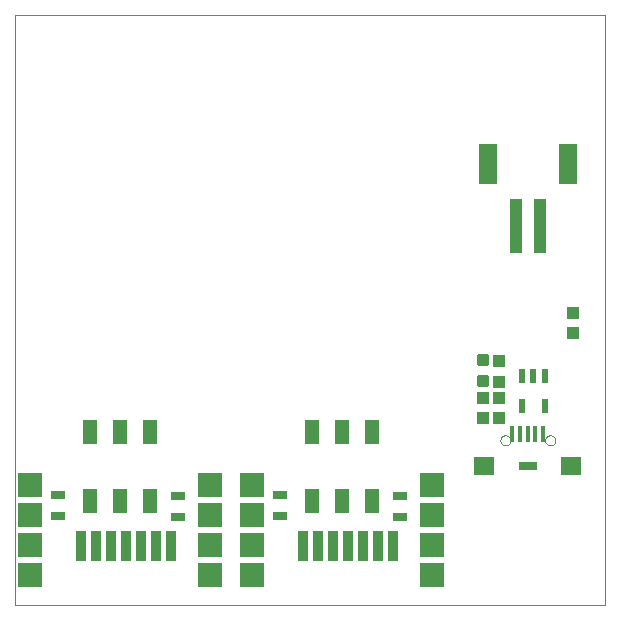
<source format=gtp>
G75*
%MOIN*%
%OFA0B0*%
%FSLAX24Y24*%
%IPPOS*%
%LPD*%
%AMOC8*
5,1,8,0,0,1.08239X$1,22.5*
%
%ADD10C,0.0000*%
%ADD11R,0.0500X0.0800*%
%ADD12R,0.0354X0.0984*%
%ADD13R,0.0800X0.0800*%
%ADD14R,0.0472X0.0315*%
%ADD15C,0.0118*%
%ADD16R,0.0394X0.0433*%
%ADD17R,0.0217X0.0472*%
%ADD18R,0.0157X0.0551*%
%ADD19C,0.0000*%
%ADD20R,0.0709X0.0591*%
%ADD21R,0.0591X0.0276*%
%ADD22R,0.0394X0.1811*%
%ADD23R,0.0630X0.1339*%
D10*
X030992Y033994D02*
X030992Y053680D01*
X050677Y053680D01*
X050677Y033994D01*
X030992Y033994D01*
D11*
X033492Y037476D03*
X034492Y037476D03*
X035492Y037476D03*
X035492Y039776D03*
X034492Y039776D03*
X033492Y039776D03*
X040892Y039776D03*
X041892Y039776D03*
X042892Y039776D03*
X042892Y037476D03*
X041892Y037476D03*
X040892Y037476D03*
D12*
X041100Y035967D03*
X040600Y035967D03*
X041600Y035967D03*
X042100Y035967D03*
X042600Y035967D03*
X043100Y035967D03*
X043600Y035967D03*
X036200Y035967D03*
X035700Y035967D03*
X035200Y035967D03*
X034700Y035967D03*
X034200Y035967D03*
X033700Y035967D03*
X033200Y035967D03*
D13*
X031492Y035994D03*
X031492Y034994D03*
X031492Y036994D03*
X031492Y037994D03*
X037492Y037994D03*
X037492Y036994D03*
X037492Y035994D03*
X037492Y034994D03*
X038892Y034994D03*
X038892Y035994D03*
X038892Y036994D03*
X038892Y037994D03*
X044892Y037994D03*
X044892Y036994D03*
X044892Y035994D03*
X044892Y034994D03*
D14*
X043842Y036921D03*
X043842Y037630D03*
X039842Y037680D03*
X039842Y036971D03*
X036442Y036921D03*
X036442Y037630D03*
X032442Y037680D03*
X032442Y036971D03*
D15*
X046454Y041338D02*
X046730Y041338D01*
X046454Y041338D02*
X046454Y041614D01*
X046730Y041614D01*
X046730Y041338D01*
X046730Y041455D02*
X046454Y041455D01*
X046454Y041572D02*
X046730Y041572D01*
X046730Y042029D02*
X046454Y042029D01*
X046454Y042305D01*
X046730Y042305D01*
X046730Y042029D01*
X046730Y042146D02*
X046454Y042146D01*
X046454Y042263D02*
X046730Y042263D01*
D16*
X047137Y042120D03*
X047137Y041451D03*
X047136Y040906D03*
X046587Y040907D03*
X046587Y040238D03*
X047136Y040237D03*
X049597Y043057D03*
X049597Y043726D03*
D17*
X048656Y041643D03*
X048282Y041643D03*
X047908Y041643D03*
X047908Y040620D03*
X048656Y040620D03*
D18*
X048604Y039685D03*
X048348Y039685D03*
X048092Y039685D03*
X047836Y039685D03*
X047580Y039685D03*
D19*
X047177Y039489D02*
X047179Y039514D01*
X047185Y039539D01*
X047194Y039563D01*
X047207Y039585D01*
X047224Y039605D01*
X047243Y039622D01*
X047264Y039636D01*
X047288Y039646D01*
X047312Y039653D01*
X047338Y039656D01*
X047363Y039655D01*
X047388Y039650D01*
X047412Y039641D01*
X047435Y039629D01*
X047455Y039614D01*
X047473Y039595D01*
X047488Y039574D01*
X047499Y039551D01*
X047507Y039527D01*
X047511Y039502D01*
X047511Y039476D01*
X047507Y039451D01*
X047499Y039427D01*
X047488Y039404D01*
X047473Y039383D01*
X047455Y039364D01*
X047435Y039349D01*
X047412Y039337D01*
X047388Y039328D01*
X047363Y039323D01*
X047338Y039322D01*
X047312Y039325D01*
X047288Y039332D01*
X047264Y039342D01*
X047243Y039356D01*
X047224Y039373D01*
X047207Y039393D01*
X047194Y039415D01*
X047185Y039439D01*
X047179Y039464D01*
X047177Y039489D01*
X048673Y039489D02*
X048675Y039514D01*
X048681Y039539D01*
X048690Y039563D01*
X048703Y039585D01*
X048720Y039605D01*
X048739Y039622D01*
X048760Y039636D01*
X048784Y039646D01*
X048808Y039653D01*
X048834Y039656D01*
X048859Y039655D01*
X048884Y039650D01*
X048908Y039641D01*
X048931Y039629D01*
X048951Y039614D01*
X048969Y039595D01*
X048984Y039574D01*
X048995Y039551D01*
X049003Y039527D01*
X049007Y039502D01*
X049007Y039476D01*
X049003Y039451D01*
X048995Y039427D01*
X048984Y039404D01*
X048969Y039383D01*
X048951Y039364D01*
X048931Y039349D01*
X048908Y039337D01*
X048884Y039328D01*
X048859Y039323D01*
X048834Y039322D01*
X048808Y039325D01*
X048784Y039332D01*
X048760Y039342D01*
X048739Y039356D01*
X048720Y039373D01*
X048703Y039393D01*
X048690Y039415D01*
X048681Y039439D01*
X048675Y039464D01*
X048673Y039489D01*
D20*
X049543Y038622D03*
X046642Y038622D03*
D21*
X048092Y038622D03*
D22*
X047698Y046638D03*
X048486Y046638D03*
D23*
X049431Y048685D03*
X046754Y048685D03*
M02*

</source>
